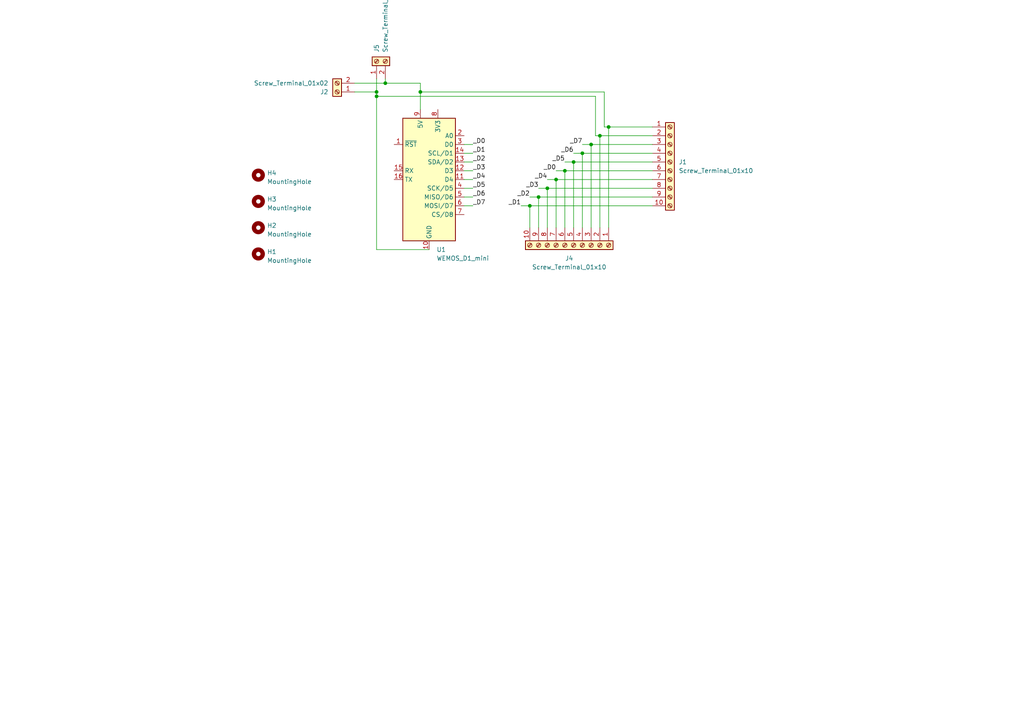
<source format=kicad_sch>
(kicad_sch (version 20250114) (generator "eeschema") (generator_version "9.0")
  (paper "A4")
  (lib_symbols
    (symbol "Connector:Screw_Terminal_01x02" (pin_names (offset 1.016) (hide yes))
      (property "Reference" "J" (at 0 2.54 0))
      (property "Value" "Screw_Terminal_01x02" (at 0 -5.08 0))
      (symbol "Screw_Terminal_01x02_1_1"
        (rectangle (start -1.27 1.27) (end 1.27 -3.81) (stroke (width 0.254)) (fill (type background)))
        (polyline (pts (xy -0.5334 0.3302) (xy 0.3302 -0.508)) (stroke (width 0.1524)))
        (polyline (pts (xy -0.5334 -2.2098) (xy 0.3302 -3.048)) (stroke (width 0.1524)))
        (polyline (pts (xy -0.3556 0.508) (xy 0.508 -0.3302)) (stroke (width 0.1524)))
        (polyline (pts (xy -0.3556 -2.032) (xy 0.508 -2.8702)) (stroke (width 0.1524)))
        (circle (center 0 0) (radius 0.635) (stroke (width 0.1524)))
        (circle (center 0 -2.54) (radius 0.635) (stroke (width 0.1524)))
        (pin passive line (at -5.08 0 0) (length 3.81) (name "Pin_1") (number "1"))
        (pin passive line (at -5.08 -2.54 0) (length 3.81) (name "Pin_2") (number "2"))
      )
    )
    (symbol "Connector:Screw_Terminal_01x10" (pin_names (offset 1.016) (hide yes))
      (property "Reference" "J" (at 0 12.7 0))
      (property "Value" "Screw_Terminal_01x10" (at 0 -15.24 0))
      (symbol "Screw_Terminal_01x10_1_1"
        (rectangle (start -1.27 11.43) (end 1.27 -13.97) (stroke (width 0.254)) (fill (type background)))
        (polyline (pts (xy -0.5334 10.4902) (xy 0.3302 9.652)) (stroke (width 0.1524)))
        (polyline (pts (xy -0.5334 7.9502) (xy 0.3302 7.112)) (stroke (width 0.1524)))
        (polyline (pts (xy -0.5334 5.4102) (xy 0.3302 4.572)) (stroke (width 0.1524)))
        (polyline (pts (xy -0.5334 2.8702) (xy 0.3302 2.032)) (stroke (width 0.1524)))
        (polyline (pts (xy -0.5334 0.3302) (xy 0.3302 -0.508)) (stroke (width 0.1524)))
        (polyline (pts (xy -0.5334 -2.2098) (xy 0.3302 -3.048)) (stroke (width 0.1524)))
        (polyline (pts (xy -0.5334 -4.7498) (xy 0.3302 -5.588)) (stroke (width 0.1524)))
        (polyline (pts (xy -0.5334 -7.2898) (xy 0.3302 -8.128)) (stroke (width 0.1524)))
        (polyline (pts (xy -0.5334 -9.8298) (xy 0.3302 -10.668)) (stroke (width 0.1524)))
        (polyline (pts (xy -0.5334 -12.3698) (xy 0.3302 -13.208)) (stroke (width 0.1524)))
        (polyline (pts (xy -0.3556 10.668) (xy 0.508 9.8298)) (stroke (width 0.1524)))
        (polyline (pts (xy -0.3556 8.128) (xy 0.508 7.2898)) (stroke (width 0.1524)))
        (polyline (pts (xy -0.3556 5.588) (xy 0.508 4.7498)) (stroke (width 0.1524)))
        (polyline (pts (xy -0.3556 3.048) (xy 0.508 2.2098)) (stroke (width 0.1524)))
        (polyline (pts (xy -0.3556 0.508) (xy 0.508 -0.3302)) (stroke (width 0.1524)))
        (polyline (pts (xy -0.3556 -2.032) (xy 0.508 -2.8702)) (stroke (width 0.1524)))
        (polyline (pts (xy -0.3556 -4.572) (xy 0.508 -5.4102)) (stroke (width 0.1524)))
        (polyline (pts (xy -0.3556 -7.112) (xy 0.508 -7.9502)) (stroke (width 0.1524)))
        (polyline (pts (xy -0.3556 -9.652) (xy 0.508 -10.4902)) (stroke (width 0.1524)))
        (polyline (pts (xy -0.3556 -12.192) (xy 0.508 -13.0302)) (stroke (width 0.1524)))
        (circle (center 0 10.16) (radius 0.635) (stroke (width 0.1524)))
        (circle (center 0 7.62) (radius 0.635) (stroke (width 0.1524)))
        (circle (center 0 5.08) (radius 0.635) (stroke (width 0.1524)))
        (circle (center 0 2.54) (radius 0.635) (stroke (width 0.1524)))
        (circle (center 0 0) (radius 0.635) (stroke (width 0.1524)))
        (circle (center 0 -2.54) (radius 0.635) (stroke (width 0.1524)))
        (circle (center 0 -5.08) (radius 0.635) (stroke (width 0.1524)))
        (circle (center 0 -7.62) (radius 0.635) (stroke (width 0.1524)))
        (circle (center 0 -10.16) (radius 0.635) (stroke (width 0.1524)))
        (circle (center 0 -12.7) (radius 0.635) (stroke (width 0.1524)))
        (pin passive line (at -5.08 10.16 0) (length 3.81) (name "Pin_1") (number "1"))
        (pin passive line (at -5.08 7.62 0) (length 3.81) (name "Pin_2") (number "2"))
        (pin passive line (at -5.08 5.08 0) (length 3.81) (name "Pin_3") (number "3"))
        (pin passive line (at -5.08 2.54 0) (length 3.81) (name "Pin_4") (number "4"))
        (pin passive line (at -5.08 0 0) (length 3.81) (name "Pin_5") (number "5"))
        (pin passive line (at -5.08 -2.54 0) (length 3.81) (name "Pin_6") (number "6"))
        (pin passive line (at -5.08 -5.08 0) (length 3.81) (name "Pin_7") (number "7"))
        (pin passive line (at -5.08 -7.62 0) (length 3.81) (name "Pin_8") (number "8"))
        (pin passive line (at -5.08 -10.16 0) (length 3.81) (name "Pin_9") (number "9"))
        (pin passive line (at -5.08 -12.7 0) (length 3.81) (name "Pin_10") (number "10"))
      )
    )
    (symbol "Mechanical:MountingHole" (pin_names (offset 1.016))
      (property "Reference" "H" (at 0 5.08 0))
      (property "Value" "MountingHole" (at 0 3.175 0))
      (symbol "MountingHole_0_1"
        (circle (center 0 0) (radius 1.27) (stroke (width 1.27)))
      )
    )
    (symbol "RF_Module:WEMOS_D1_mini"
      (property "Reference" "U" (at 3.81 19.05 0))
      (property "Value" "WEMOS_D1_mini" (at 1.27 -19.05 0))
      (symbol "WEMOS_D1_mini_1_1"
        (rectangle (start -7.62 17.78) (end 7.62 -17.78) (stroke (width 0.254)) (fill (type background)))
        (pin input line (at -10.16 10.16 0) (length 2.54) (name "~{RST}") (number "1"))
        (pin input line (at -10.16 2.54 0) (length 2.54) (name "RX") (number "15"))
        (pin output line (at -10.16 0 0) (length 2.54) (name "TX") (number "16"))
        (pin power_in line (at -2.54 20.32 270) (length 2.54) (name "5V") (number "9"))
        (pin power_in line (at 0 -20.32 90) (length 2.54) (name "GND") (number "10"))
        (pin power_out line (at 2.54 20.32 270) (length 2.54) (name "3V3") (number "8"))
        (pin input line (at 10.16 12.7 180) (length 2.54) (name "A0") (number "2"))
        (pin bidirectional line (at 10.16 10.16 180) (length 2.54) (name "D0") (number "3"))
        (pin bidirectional line (at 10.16 7.62 180) (length 2.54) (name "SCL/D1") (number "14"))
        (pin bidirectional line (at 10.16 5.08 180) (length 2.54) (name "SDA/D2") (number "13"))
        (pin bidirectional line (at 10.16 2.54 180) (length 2.54) (name "D3") (number "12"))
        (pin bidirectional line (at 10.16 0 180) (length 2.54) (name "D4") (number "11"))
        (pin bidirectional line (at 10.16 -2.54 180) (length 2.54) (name "SCK/D5") (number "4"))
        (pin bidirectional line (at 10.16 -5.08 180) (length 2.54) (name "MISO/D6") (number "5"))
        (pin bidirectional line (at 10.16 -7.62 180) (length 2.54) (name "MOSI/D7") (number "6"))
        (pin bidirectional line (at 10.16 -10.16 180) (length 2.54) (name "CS/D8") (number "7"))
      )
    )
  )
  (junction (at 156.21 57.15))
  (junction (at 158.75 54.61))
  (junction (at 176.53 36.83))
  (junction (at 163.83 49.53))
  (junction (at 166.37 46.99))
  (junction (at 109.22 27.94))
  (junction (at 173.99 39.37))
  (junction (at 161.29 52.07))
  (junction (at 111.76 24.13))
  (junction (at 153.67 59.69))
  (junction (at 121.92 26.67))
  (junction (at 109.22 26.67))
  (junction (at 168.91 44.45))
  (junction (at 171.45 41.91))
  (wire (pts (xy 134.62 44.45) (xy 137.16 44.45)))
  (wire (pts (xy 158.75 52.07) (xy 161.29 52.07)))
  (wire (pts (xy 176.53 36.83) (xy 189.23 36.83)))
  (wire (pts (xy 134.62 49.53) (xy 137.16 49.53)))
  (wire (pts (xy 172.72 39.37) (xy 173.99 39.37)))
  (wire (pts (xy 166.37 46.99) (xy 189.23 46.99)))
  (wire (pts (xy 168.91 44.45) (xy 189.23 44.45)))
  (wire (pts (xy 176.53 36.83) (xy 176.53 66.04)))
  (wire (pts (xy 158.75 54.61) (xy 189.23 54.61)))
  (wire (pts (xy 166.37 46.99) (xy 166.37 66.04)))
  (wire (pts (xy 111.76 22.86) (xy 111.76 24.13)))
  (wire (pts (xy 121.92 26.67) (xy 121.92 31.75)))
  (wire (pts (xy 173.99 39.37) (xy 173.99 66.04)))
  (wire (pts (xy 153.67 59.69) (xy 189.23 59.69)))
  (wire (pts (xy 134.62 46.99) (xy 137.16 46.99)))
  (wire (pts (xy 172.72 27.94) (xy 172.72 39.37)))
  (wire (pts (xy 151.13 59.69) (xy 153.67 59.69)))
  (wire (pts (xy 121.92 26.67) (xy 175.26 26.67)))
  (wire (pts (xy 156.21 57.15) (xy 156.21 66.04)))
  (wire (pts (xy 109.22 27.94) (xy 172.72 27.94)))
  (wire (pts (xy 168.91 66.04) (xy 168.91 44.45)))
  (wire (pts (xy 134.62 52.07) (xy 137.16 52.07)))
  (wire (pts (xy 163.83 49.53) (xy 189.23 49.53)))
  (wire (pts (xy 102.87 24.13) (xy 111.76 24.13)))
  (wire (pts (xy 134.62 41.91) (xy 137.16 41.91)))
  (wire (pts (xy 109.22 22.86) (xy 109.22 26.67)))
  (wire (pts (xy 175.26 26.67) (xy 175.26 36.83)))
  (wire (pts (xy 158.75 54.61) (xy 158.75 66.04)))
  (wire (pts (xy 153.67 59.69) (xy 153.67 66.04)))
  (wire (pts (xy 156.21 57.15) (xy 189.23 57.15)))
  (wire (pts (xy 166.37 44.45) (xy 168.91 44.45)))
  (wire (pts (xy 161.29 52.07) (xy 161.29 66.04)))
  (wire (pts (xy 134.62 54.61) (xy 137.16 54.61)))
  (wire (pts (xy 109.22 26.67) (xy 109.22 27.94)))
  (wire (pts (xy 109.22 72.39) (xy 109.22 27.94)))
  (wire (pts (xy 171.45 41.91) (xy 189.23 41.91)))
  (wire (pts (xy 163.83 49.53) (xy 163.83 66.04)))
  (wire (pts (xy 121.92 24.13) (xy 121.92 26.67)))
  (wire (pts (xy 161.29 49.53) (xy 163.83 49.53)))
  (wire (pts (xy 175.26 36.83) (xy 176.53 36.83)))
  (wire (pts (xy 134.62 59.69) (xy 137.16 59.69)))
  (wire (pts (xy 156.21 54.61) (xy 158.75 54.61)))
  (wire (pts (xy 173.99 39.37) (xy 189.23 39.37)))
  (wire (pts (xy 124.46 72.39) (xy 109.22 72.39)))
  (wire (pts (xy 102.87 26.67) (xy 109.22 26.67)))
  (wire (pts (xy 111.76 24.13) (xy 121.92 24.13)))
  (wire (pts (xy 163.83 46.99) (xy 166.37 46.99)))
  (wire (pts (xy 153.67 57.15) (xy 156.21 57.15)))
  (wire (pts (xy 134.62 57.15) (xy 137.16 57.15)))
  (wire (pts (xy 171.45 41.91) (xy 171.45 66.04)))
  (wire (pts (xy 168.91 41.91) (xy 171.45 41.91)))
  (wire (pts (xy 161.29 52.07) (xy 189.23 52.07)))
  (label "_D4" (at 158.75 52.07 180))
  (label "_D6" (at 166.37 44.45 180))
  (label "_D7" (at 137.16 59.69 0))
  (label "_D4" (at 137.16 52.07 0))
  (label "_D2" (at 137.16 46.99 0))
  (label "_D1" (at 137.16 44.45 0))
  (label "_D1" (at 151.13 59.69 180))
  (label "_D5" (at 163.83 46.99 180))
  (label "_D2" (at 153.67 57.15 180))
  (label "_D7" (at 168.91 41.91 180))
  (label "_D6" (at 137.16 57.15 0))
  (label "_D3" (at 137.16 49.53 0))
  (label "_D0" (at 137.16 41.91 0))
  (label "_D3" (at 156.21 54.61 180))
  (label "_D0" (at 161.29 49.53 180))
  (label "_D5" (at 137.16 54.61 0))
  (symbol (lib_id "Mechanical:MountingHole") (at 74.93 66.04 0) (unit 1)
    (property "Reference" "H2" (at 77.47 65.405 0) (effects (justify left)))
    (property "Value" "MountingHole" (at 77.47 67.945 0) (effects (justify left)))
    (property "Footprint" "MountingHole:MountingHole_3.2mm_M3" (effects (hide yes)))
  )
  (symbol (lib_id "RF_Module:WEMOS_D1_mini") (at 124.46 52.07 0) (unit 1)
    (property "Reference" "U1" (at 126.6033 72.39 0) (effects (justify left)))
    (property "Value" "WEMOS_D1_mini" (at 126.6033 74.93 0) (effects (justify left)))
    (property "Footprint" "RF_Module:WEMOS_D1_mini_light" (effects (hide yes)))
    (property "Datasheet" "https://wiki.wemos.cc/products:d1:d1_mini#documentation" (effects (hide yes)))
    (property "Description" "32-bit microcontroller module with WiFi" (effects (hide yes)))
  )
  (symbol (lib_id "Mechanical:MountingHole") (at 74.93 73.66 0) (unit 1)
    (property "Reference" "H1" (at 77.47 73.025 0) (effects (justify left)))
    (property "Value" "MountingHole" (at 77.47 75.565 0) (effects (justify left)))
    (property "Footprint" "MountingHole:MountingHole_3.2mm_M3" (effects (hide yes)))
  )
  (symbol (lib_id "Mechanical:MountingHole") (at 74.93 58.42 0) (unit 1)
    (property "Reference" "H3" (at 77.47 57.785 0) (effects (justify left)))
    (property "Value" "MountingHole" (at 77.47 60.325 0) (effects (justify left)))
    (property "Footprint" "MountingHole:MountingHole_3.2mm_M3" (effects (hide yes)))
  )
  (symbol (lib_id "Connector:Screw_Terminal_01x02") (at 97.79 26.67 180) (unit 1)
    (property "Reference" "J2" (at 95.25 26.6701 0) (effects (justify left)))
    (property "Value" "Screw_Terminal_01x02" (at 95.25 24.1301 0) (effects (justify left)))
    (property "Footprint" "TerminalBlock_CUI:TerminalBlock_CUI_TB007-508-02_1x02_P5.08mm_Horizontal" (effects (hide yes)))
    (property "Description" "Generic screw terminal, single row, 01x02, script generated (kicad-library-utils/schlib/autogen/connector/)" (effects (hide yes)))
  )
  (symbol (lib_id "Mechanical:MountingHole") (at 74.93 50.8 0) (unit 1)
    (property "Reference" "H4" (at 77.47 50.165 0) (effects (justify left)))
    (property "Value" "MountingHole" (at 77.47 52.705 0) (effects (justify left)))
    (property "Footprint" "MountingHole:MountingHole_3.2mm_M3" (effects (hide yes)))
  )
  (symbol (lib_id "Connector:Screw_Terminal_01x10") (at 194.31 46.99 0) (unit 1)
    (property "Reference" "J1" (at 196.85 46.9899 0) (effects (justify left)))
    (property "Value" "Screw_Terminal_01x10" (at 196.85 49.5299 0) (effects (justify left)))
    (property "Footprint" "TerminalBlock:TerminalBlock_Xinya_XY308-2.54-10P_1x10_P2.54mm_Horizontal" (effects (hide yes)))
    (property "Description" "Generic screw terminal, single row, 01x10, script generated (kicad-library-utils/schlib/autogen/connector/)" (effects (hide yes)))
  )
  (symbol (lib_id "Connector:Screw_Terminal_01x02") (at 109.22 17.78 90) (unit 1)
    (property "Reference" "J5" (at 109.2199 15.24 0) (effects (justify left)))
    (property "Value" "Screw_Terminal_01x02" (at 111.7599 15.24 0) (effects (justify left)))
    (property "Footprint" "TerminalBlock:TerminalBlock_Xinya_XY308-2.54-2P_1x02_P2.54mm_Horizontal" (effects (hide yes)))
    (property "Description" "Generic screw terminal, single row, 01x02, script generated (kicad-library-utils/schlib/autogen/connector/)" (effects (hide yes)))
  )
  (symbol (lib_id "Connector:Screw_Terminal_01x10") (at 166.37 71.12 270) (unit 1)
    (property "Reference" "J4" (at 165.1 74.93 90))
    (property "Value" "Screw_Terminal_01x10" (at 165.1 77.47 90))
    (property "Footprint" "TerminalBlock_CUI:TerminalBlock_CUI_TB007-508-10_1x10_P5.08mm_Horizontal" (effects (hide yes)))
    (property "Description" "Generic screw terminal, single row, 01x10, script generated (kicad-library-utils/schlib/autogen/connector/)" (effects (hide yes)))
  )
)
</source>
